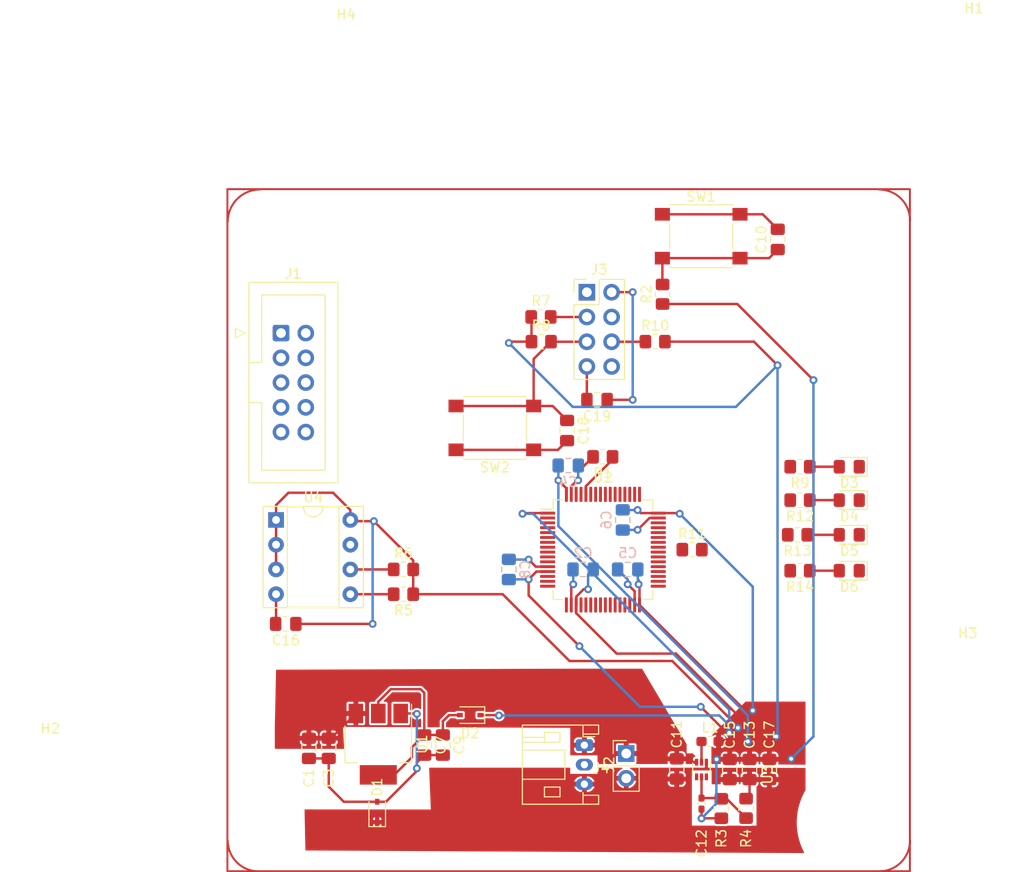
<source format=kicad_pcb>
(kicad_pcb (version 20211014) (generator pcbnew)
  (layers (0 "F.Cu" signal) (31 "B.Cu" signal) (34 "B.Paste" user) (35 "F.Paste" user) (36 "B.SilkS" user "B.Silkscreen") (37 "F.SilkS" user "F.Silkscreen") (38 "B.Mask" user) (39 "F.Mask" user) (44 "Edge.Cuts" user))
  (net 0 "")
  (net 1 "5V")
  (net 2 "Net-(C1-Pad2)")
  (net 3 "3.3V")
  (net 4 "GND")
  (net 5 "Net-(C7-Pad1)")
  (net 6 "/NRST")
  (net 7 "/PA13")
  (net 9 "/PA14")
  (net 10 "/V3.3_IN")
  (net 11 "/U5V")
  (net 12 "PA8")
  (net 13 "/BOOT0")
  (net 14 "/PC13")
  (net 15 "/PC14")
  (net 16 "/PC15")
  (net 17 "/PF0")
  (net 18 "/PF1")
  (net 19 "/PC0")
  (net 20 "/PC1")
  (net 21 "/PC2")
  (net 22 "/PC3")
  (net 23 "/PA0")
  (net 24 "/PA1")
  (net 25 "/PA2")
  (net 26 "/PA3")
  (net 27 "/PA4")
  (net 28 "/PA5")
  (net 29 "/PA6")
  (net 30 "/PA7")
  (net 31 "/PC4")
  (net 32 "/PC5")
  (net 33 "/PB0")
  (net 34 "/PB1")
  (net 35 "/PB2")
  (net 36 "/PB10")
  (net 37 "/PB11")
  (net 38 "/PB12")
  (net 39 "/PB13")
  (net 40 "/PB14")
  (net 41 "/PB15")
  (net 42 "/PC6")
  (net 43 "/PC7")
  (net 44 "/PC8")
  (net 45 "/PC9")
  (net 46 "/PA9")
  (net 47 "/PA10")
  (net 48 "/PA11")
  (net 49 "/PA12")
  (net 50 "/PA15")
  (net 51 "/PC10")
  (net 52 "/PC11")
  (net 53 "/PC12")
  (net 54 "/PD2")
  (net 55 "/PB3")
  (net 56 "/PB4")
  (net 57 "/PB5")
  (net 58 "Net-(C12-Pad2)")
  (net 59 "/PB8")
  (net 60 "/PB9")
  (net 61 "/CH_PD")
  (net 62 "/RST")
  (net 63 "/GPIO0")
  (net 64 "Net-(L1-Pad1)")
  (net 66 "/EEPROM_SDA")
  (net 67 "/EEPROM_SCL")
  (net 68 "BUCK_GND")
  (net 69 "Net-(J2-Pad2)")
  (net 71 "Net-(D3-Pad2)")
  (net 72 "Net-(D4-Pad2)")
  (net 73 "Net-(D5-Pad2)")
  (net 74 "Net-(D6-Pad2)")
  (footprint "Resistor_SMD:R_0805_2012Metric_Pad1.20x1.40mm_HandSolder" (layer "F.Cu") (at 108.728 89.154 180)
    (fp_text reference "R14")
    (fp_text value "3K")
  )
  (footprint "Package_TO_SOT_SMD:SOT-563" (layer "F.Cu") (at 98.6282 109.5589 -90)
    (fp_text reference "U3")
    (fp_text value "TPS62A02DRL")
  )
  (footprint "Resistor_SMD:R_0805_2012Metric_Pad1.20x1.40mm_HandSolder" (layer "F.Cu") (at 100.6602 113.5634 90)
    (fp_text reference "R3")
    (fp_text value "Rfbt")
  )
  (footprint "Connector_JST:JST_PH_S3B-PH-K_1x03_P2.00mm_Horizontal" (layer "F.Cu") (at 86.614 107.061 -90)
    (fp_text reference "J2")
    (fp_text value "Conn_01x03_Male")
  )
  (footprint "Resistor_SMD:R_0805_2012Metric_Pad1.20x1.40mm_HandSolder" (layer "F.Cu") (at 94.6365 60.782 90)
    (fp_text reference "R2")
    (fp_text value "100K")
  )
  (footprint "Capacitor_SMD:C_0805_2012Metric_Pad1.18x1.45mm_HandSolder" (layer "F.Cu") (at 101.5238 109.5541 -90)
    (fp_text reference "C15")
    (fp_text value "Cout")
  )
  (footprint "Package_DIP:DIP-8_W7.62mm_Socket" (layer "F.Cu") (at 54.991 83.947)
    (fp_text reference "U4")
    (fp_text value "24AA32AF EEPROM")
  )
  (footprint "Connector_PinHeader_2.54mm:PinHeader_1x02_P2.54mm_Vertical" (layer "F.Cu") (at 90.9066 107.9196)
    (fp_text reference "J4")
    (fp_text value "Barrel_Jack")
  )
  (footprint "LED_SMD:LED_0805_2012Metric_Pad1.15x1.40mm_HandSolder" (layer "F.Cu") (at 113.783 85.471 180)
    (fp_text reference "D5")
    (fp_text value "LED")
  )
  (footprint "LED_SMD:LED_0805_2012Metric_Pad1.15x1.40mm_HandSolder" (layer "F.Cu") (at 113.783 78.486 180)
    (fp_text reference "D3")
    (fp_text value "LED")
  )
  (footprint "MountingHole:MountingHole_3.2mm_M3" (layer "F.Cu") (at 31.825 109.549)
    (fp_text reference "H2")
    (fp_text value "MountingHole")
  )
  (footprint "Resistor_SMD:R_0805_2012Metric_Pad1.20x1.40mm_HandSolder" (layer "F.Cu") (at 108.474 85.471 180)
    (fp_text reference "R13")
    (fp_text value "3K")
  )
  (footprint "Resistor_SMD:R_0805_2012Metric_Pad1.20x1.40mm_HandSolder" (layer "F.Cu") (at 108.728 81.915 180)
    (fp_text reference "R12")
    (fp_text value "3K")
  )
  (footprint "MountingHole:MountingHole_3.2mm_M3" (layer "F.Cu") (at 126.567 35.635)
    (fp_text reference "H1")
    (fp_text value "MountingHole")
  )
  (footprint "Connector_IDC:IDC-Header_2x05_P2.54mm_Vertical" (layer "F.Cu") (at 55.499 64.77)
    (fp_text reference "J1")
    (fp_text value "Conn_02x05_Odd_Even")
  )
  (footprint "Capacitor_SMD:C_0805_2012Metric_Pad1.18x1.45mm_HandSolder" (layer "F.Cu") (at 96.0882 109.4994 -90)
    (fp_text reference "C11")
    (fp_text value "CIN")
  )
  (footprint "Capacitor_SMD:C_0805_2012Metric_Pad1.18x1.45mm_HandSolder" (layer "F.Cu") (at 105.5878 109.5541 -90)
    (fp_text reference "C17")
    (fp_text value "Cout")
  )
  (footprint "Button_Switch_SMD:SW_SPST_PTS645" (layer "F.Cu") (at 77.432 74.503 180)
    (fp_text reference "SW2")
    (fp_text value "SW_Push")
  )
  (footprint "Resistor_SMD:R_0805_2012Metric_Pad1.20x1.40mm_HandSolder" (layer "F.Cu") (at 93.874 65.649)
    (fp_text reference "R10")
    (fp_text value "R")
  )
  (footprint "Resistor_SMD:R_0805_2012Metric_Pad1.20x1.40mm_HandSolder" (layer "F.Cu") (at 103.2002 113.5474 90)
    (fp_text reference "R4")
    (fp_text value "rFBB")
  )
  (footprint "Package_QFP:LQFP-64_10x10mm_P0.5mm" (layer "F.Cu") (at 88.519 86.995)
    (fp_text reference "U2")
    (fp_text value "STM32F091RCTx")
  )
  (footprint "Capacitor_SMD:C_0805_2012Metric_Pad1.18x1.45mm_HandSolder" (layer "F.Cu") (at 87.9105 71.618 180)
    (fp_text reference "C19")
    (fp_text value "500 nF")
  )
  (footprint "Capacitor_SMD:C_0805_2012Metric_Pad1.18x1.45mm_HandSolder" (layer "F.Cu") (at 72.1 107.0475 -90)
    (fp_text reference "C9")
    (fp_text value "22uF")
  )
  (footprint "Capacitor_SMD:C_0805_2012Metric_Pad1.18x1.45mm_HandSolder" (layer "F.Cu") (at 60.3945 107.3855 -90)
    (fp_text reference "C3")
    (fp_text value ".1uF")
  )
  (footprint "LED_SMD:LED_0805_2012Metric_Pad1.15x1.40mm_HandSolder" (layer "F.Cu") (at 113.783 89.154 180)
    (fp_text reference "D6")
    (fp_text value "LED")
  )
  (footprint "Resistor_SMD:R_0805_2012Metric_Pad1.20x1.40mm_HandSolder" (layer "F.Cu") (at 82.158 63.109)
    (fp_text reference "R7")
    (fp_text value "R")
  )
  (footprint "Capacitor_SMD:C_0805_2012Metric_Pad1.18x1.45mm_HandSolder" (layer "F.Cu") (at 103.5558 109.5541 -90)
    (fp_text reference "C13")
    (fp_text value "Cout")
  )
  (footprint "Package_TO_SOT_SMD:SOT-223-3_TabPin2" (layer "F.Cu") (at 65.476 106.959 -90)
    (fp_text reference "U1")
    (fp_text value "LD1117S33TR_SOT223")
  )
  (footprint "Capacitor_SMD:C_0805_2012Metric_Pad1.18x1.45mm_HandSolder" (layer "F.Cu") (at 58.3625 107.3855 -90)
    (fp_text reference "C1")
    (fp_text value "22uF")
  )
  (footprint "Capacitor_SMD:C_0805_2012Metric_Pad1.18x1.45mm_HandSolder" (layer "F.Cu") (at 55.9855 94.615 180)
    (fp_text reference "C16")
    (fp_text value "0.1 uF")
  )
  (footprint "Button_Switch_SMD:SW_SPST_PTS645" (layer "F.Cu") (at 98.595 54.828)
    (fp_text reference "SW1")
    (fp_text value "SW_Push")
  )
  (footprint "Diode_SMD:D_SOD-323" (layer "F.Cu") (at 74.894 103.978 180)
    (fp_text reference "D2")
    (fp_text value "BAT60JFILM")
  )
  (footprint "Resistor_SMD:R_0805_2012Metric_Pad1.20x1.40mm_HandSolder" (layer "F.Cu") (at 108.728 78.486 180)
    (fp_text reference "R9")
    (fp_text value "3K")
  )
  (footprint "MountingHole:MountingHole_3.2mm_M3" (layer "F.Cu") (at 62.178 36.27)
    (fp_text reference "H4")
    (fp_text value "MountingHole")
  )
  (footprint "Resistor_SMD:R_0805_2012Metric_Pad1.20x1.40mm_HandSolder" (layer "F.Cu") (at 82.19 65.649)
    (fp_text reference "R8")
    (fp_text value "100K")
  )
  (footprint "Resistor_SMD:R_0805_2012Metric_Pad1.20x1.40mm_HandSolder" (layer "F.Cu") (at 68.056 91.567 180)
    (fp_text reference "R5")
    (fp_text value "2K")
  )
  (footprint "Capacitor_SMD:C_0805_2012Metric_Pad1.18x1.45mm_HandSolder" (layer "F.Cu") (at 84.841 74.7715 -90)
    (fp_text reference "C18")
    (fp_text value "0.1 uF")
  )
  (footprint "Capacitor_SMD:C_0402_1005Metric_Pad0.74x0.62mm_HandSolder" (layer "F.Cu") (at 98.6282 113.0554 90)
    (fp_text reference "C12")
    (fp_text value "Cff")
  )
  (footprint "Capacitor_SMD:C_0805_2012Metric_Pad1.18x1.45mm_HandSolder" (layer "F.Cu") (at 70.195 107.0475 -90)
    (fp_text reference "C7")
    (fp_text value ".1uF")
  )
  (footprint "Resistor_SMD:R_0805_2012Metric_Pad1.20x1.40mm_HandSolder" (layer "F.Cu") (at 97.663 86.995)
    (fp_text reference "R11")
    (fp_text value "R")
  )
  (footprint "Connector_PinHeader_2.54mm:PinHeader_2x04_P2.54mm_Vertical" (layer "F.Cu") (at 86.868 60.579)
    (fp_text reference "J3")
    (fp_text value "ESP8266 Header")
  )
  (footprint "Diode_SMD:D_SOD-323" (layer "F.Cu") (at 65.369 113.918 90)
    (fp_text reference "D1")
    (fp_text value "BAT60JFILM")
  )
  (footprint "Resistor_SMD:R_0805_2012Metric_Pad1.20x1.40mm_HandSolder" (layer "F.Cu") (at 88.503 77.47 180)
    (fp_text reference "R1")
    (fp_text value "100K")
  )
  (footprint "Capacitor_SMD:C_0805_2012Metric_Pad1.18x1.45mm_HandSolder" (layer "F.Cu") (at 106.4475 55.1565 90)
    (fp_text reference "C10")
    (fp_text value ".1uF")
  )
  (footprint "LED_SMD:LED_0805_2012Metric_Pad1.15x1.40mm_HandSolder" (layer "F.Cu") (at 113.783 81.915 180)
    (fp_text reference "D4")
    (fp_text value "LED")
  )
  (footprint "Inductor_SMD:L_0603_1608Metric_Pad1.05x0.95mm_HandSolder" (layer "F.Cu") (at 99.5032 106.68)
    (fp_text reference "L1")
    (fp_text value "L1")
  )
  (footprint "MountingHole:MountingHole_3.2mm_M3" (layer "F.Cu") (at 125.932 99.77)
    (fp_text reference "H3")
    (fp_text value "MountingHole")
  )
  (footprint "Resistor_SMD:R_0805_2012Metric_Pad1.20x1.40mm_HandSolder" (layer "F.Cu") (at 68.056 89.027)
    (fp_text reference "R6")
    (fp_text value "2K")
  )
  (footprint "Capacitor_SMD:C_0805_2012Metric_Pad1.18x1.45mm_HandSolder" (layer "B.Cu") (at 84.963 78.359)
    (fp_text reference "C4")
    (fp_text value ".1uF")
  )
  (footprint "Capacitor_SMD:C_0805_2012Metric_Pad1.18x1.45mm_HandSolder" (layer "B.Cu") (at 90.551 83.947 -90)
    (fp_text reference "C6")
    (fp_text value ".1uF")
  )
  (footprint "Capacitor_SMD:C_0805_2012Metric_Pad1.18x1.45mm_HandSolder" (layer "B.Cu") (at 86.487 89.027 180)
    (fp_text reference "C2")
    (fp_text value ".1uF")
  )
  (footprint "Capacitor_SMD:C_0805_2012Metric_Pad1.18x1.45mm_HandSolder" (layer "B.Cu") (at 78.867 89.027 90)
    (fp_text reference "C8")
    (fp_text value ".1uF")
  )
  (footprint "Capacitor_SMD:C_0805_2012Metric_Pad1.18x1.45mm_HandSolder" (layer "B.Cu") (at 91.059 89.027 180)
    (fp_text reference "C5")
    (fp_text value ".1uF")
  )
  (gr_arc (start 120.015 116.84) (mid 119.085064 119.085064) (end 116.84 120.015) (layer "F.Cu") (width 0.2))
  (gr_arc (start 50.038 53.34) (mid 51.005133 51.005133) (end 53.34 50.038) (layer "F.Cu") (width 0.2))
  (gr_arc (start 53.213 120.015) (mid 50.967936 119.085064) (end 50.038 116.84) (layer "F.Cu") (width 0.2))
  (gr_arc (start 116.84 50.038) (mid 119.085064 50.967936) (end 120.015 53.213) (layer "F.Cu") (width 0.2))
  (gr_rect (start 50 50) (end 120 120) (layer "F.Cu") (width 0.2) (fill none))
  (segment (start 96.0452 108.5049) (end 96.0882 108.4619) (width 0.25) (layer "F.Cu") (net 1))
  (segment (start 60.637 106.348) (end 63.176 103.809) (width 0.25) (layer "F.Cu") (net 1))
  (segment (start 60.3945 106.348) (end 58.3625 106.348) (width 0.25) (layer "F.Cu") (net 1))
  (segment (start 60.3945 106.348) (end 60.637 106.348) (width 0.25) (layer "F.Cu") (net 1))
  (segment (start 66.266022 112.868) (end 65.369 112.868) (width 0.25) (layer "F.Cu") (net 2))
  (segment (start 60.3945 108.423) (end 60.3945 111.3225) (width 0.25) (layer "F.Cu") (net 2))
  (segment (start 69.433 109.439) (end 69.433 109.701022) (width 0.25) (layer "F.Cu") (net 2))
  (segment (start 60.416 108.423) (end 60.3945 108.4445) (width 0.25) (layer "F.Cu") (net 2))
  (segment (start 69.433 109.701022) (end 66.266022 112.868) (width 0.25) (layer "F.Cu") (net 2))
  (segment (start 72.1 108.085) (end 70.195 108.085) (width 0.25) (layer "F.Cu") (net 2))
  (segment (start 61.94 112.868) (end 65.369 112.868) (width 0.25) (layer "F.Cu") (net 2))
  (segment (start 69.433 109.439) (end 69.433 108.847) (width 0.25) (layer "F.Cu") (net 2))
  (segment (start 69.433 108.847) (end 70.195 108.085) (width 0.25) (layer "F.Cu") (net 2))
  (segment (start 60.3945 111.3225) (end 61.94 112.868) (width 0.25) (layer "F.Cu") (net 2))
  (segment (start 67.776 103.809) (end 69.391 103.809) (width 0.25) (layer "F.Cu") (net 2))
  (segment (start 69.391 103.809) (end 69.433 103.851) (width 0.25) (layer "F.Cu") (net 2))
  (segment (start 58.3625 108.423) (end 60.3945 108.423) (width 0.25) (layer "F.Cu") (net 2))
  (via (at 69.433 103.851) (size 0.8) (drill 0.4) (layers "F.Cu" "B.Cu") (net 2))
  (via (at 69.433 109.439) (size 0.8) (drill 0.4) (layers "F.Cu" "B.Cu") (net 2))
  (segment (start 69.433 103.851) (end 69.433 109.439) (width 0.25) (layer "B.Cu") (net 2))
  (segment (start 85.09 98.425) (end 94.234 98.425) (width 0.25) (layer "F.Cu") (net 3))
  (segment (start 96.326 83.245) (end 96.393 83.312) (width 0.25) (layer "F.Cu") (net 3))
  (segment (start 85.769 93.510006) (end 89.921994 97.663) (width 0.25) (layer "F.Cu") (net 3))
  (segment (start 84.769 81.32) (end 84.769 80.705) (width 0.25) (layer "F.Cu") (net 3))
  (segment (start 100.6602 114.5634) (end 98.6442 114.5634) (width 0.25) (layer "F.Cu") (net 3))
  (segment (start 81.697 89.245) (end 80.899 90.043) (width 0.25) (layer "F.Cu") (net 3))
  (segment (start 65.024 84.074) (end 62.738 84.074) (width 0.25) (layer "F.Cu") (net 3))
  (segment (start 78.232 91.567) (end 85.09 98.425) (width 0.25) (layer "F.Cu") (net 3))
  (segment (start 62.611 82.931) (end 62.611 83.947) (width 0.25) (layer "F.Cu") (net 3))
  (segment (start 94.234 98.425) (end 95.631 98.425) (width 0.25) (layer "F.Cu") (net 3))
  (segment (start 80.899 91.694) (end 86.106 96.901) (width 0.25) (layer "F.Cu") (net 3))
  (segment (start 82.844 83.245) (end 80.331 83.245) (width 0.25) (layer "F.Cu") (net 3))
  (segment (start 54.991 86.487) (end 54.991 83.947) (width 0.25) (layer "F.Cu") (net 3))
  (segment (start 65.024 84.074) (end 69.056 88.106) (width 0.25) (layer "F.Cu") (net 3))
  (segment (start 85.79448 92.67) (end 85.79448 92.583) (width 0.25) (layer "F.Cu") (net 3))
  (segment (start 81.19 65.649) (end 81.19 63.141) (width 0.25) (layer "F.Cu") (net 3))
  (segment (start 94.194 83.245) (end 92.389 83.245) (width 0.25) (layer "F.Cu") (net 3))
  (segment (start 80.899 90.043) (end 80.899 91.694) (width 0.25) (layer "F.Cu") (net 3))
  (segment (start 92.179428 90.551) (end 92.269 90.640572) (width 0.25) (layer "F.Cu") (net 3))
  (segment (start 89.921994 97.663) (end 93.726 97.663) (width 0.25) (layer "F.Cu") (net 3))
  (segment (start 84.769 80.705) (end 83.947 79.883) (width 0.25) (layer "F.Cu") (net 3))
  (segment (start 69.056 91.567) (end 78.232 91.567) (width 0.25) (layer "F.Cu") (net 3))
  (segment (start 92.269005 92.669995) (end 103.10401 103.505) (width 0.25) (layer "F.Cu") (net 3))
  (segment (start 54.991 89.027) (end 54.991 86.487) (width 0.25) (layer "F.Cu") (net 3))
  (segment (start 86.868 71.613) (end 86.868 68.199) (width 0.25) (layer "F.Cu") (net 3))
  (segment (start 80.331 83.245) (end 80.264 83.312) (width 0.25) (layer "F.Cu") (net 3))
  (segment (start 94.874 65.649) (end 104.003 65.649) (width 0.25) (layer "F.Cu") (net 3))
  (segment (start 85.79448 92.583) (end 85.79448 91.804514) (width 0.25) (layer "F.Cu") (net 3))
  (segment (start 102.295 61.782) (end 110.109 69.596) (width 0.25) (layer "F.Cu") (net 3))
  (segment (start 85.769 92.67) (end 85.79448 92.67) (width 0.25) (layer "F.Cu") (net 3))
  (segment (start 69.056 88.106) (end 69.056 89.027) (width 0.25) (layer "F.Cu") (net 3))
  (segment (start 86.539994 91.059) (end 86.995 91.059) (width 0.25) (layer "F.Cu") (net 3))
  (segment (start 96.012 97.663) (end 102.489 104.14) (width 0.25) (layer "F.Cu") (net 3))
  (segment (start 93.726 97.663) (end 96.012 97.663) (width 0.25) (layer "F.Cu") (net 3))
  (segment (start 75.944 103.978) (end 77.816 103.978) (width 0.25) (layer "F.Cu") (net 3))
  (segment (start 79.004 65.649) (end 78.867 65.786) (width 0.25) (layer "F.Cu") (net 3))
  (segment (start 62.738 84.074) (end 62.611 83.947) (width 0.25) (layer "F.Cu") (net 3))
  (segment (start 104.003 65.649) (end 106.426 68.072) (width 0.25) (layer "F.Cu") (net 3))
  (segment (start 56.261 81.153) (end 60.833 81.153) (width 0.25) (layer "F.Cu") (net 3))
  (segment (start 94.194 83.245) (end 96.326 83.245) (width 0.25) (layer "F.Cu") (net 3))
  (segment (start 60.833 81.153) (end 62.611 82.931) (width 0.25) (layer "F.Cu") (net 3))
  (segment (start 54.991 83.947) (end 54.991 82.423) (width 0.25) (layer "F.Cu") (net 3))
  (segment (start 86.873 71.618) (end 86.868 71.613) (width 0.25) (layer "F.Cu") (net 3))
  (segment (start 98.6442 114.5634) (end 98.6282 114.5794) (width 0.25) (layer "F.Cu") (net 3))
  (segment (start 81.19 63.141) (end 81.158 63.109) (width 0.25) (layer "F.Cu") (net 3))
  (segment (start 85.79448 91.804514) (end 86.539994 91.059) (width 0.25) (layer "F.Cu") (net 3))
  (segment (start 54.991 82.423) (end 56.261 81.153) (width 0.25) (layer "F.Cu") (net 3))
  (segment (start 98.552 103.124) (end 100.965 105.537) (width 0.25) (layer "F.Cu") (net 3))
  (segment (start 95.631 98.425) (end 101.854 104.648) (width 0.25) (layer "F.Cu") (net 3))
  (segment (start 81.19 65.649) (end 79.004 65.649) (width 0.25) (layer "F.Cu") (net 3))
  (segment (start 82.844 89.245) (end 81.697 89.245) (width 0.25) (layer "F.Cu") (net 3))
  (segment (start 98.6282 113.6229) (end 98.6282 114.5794) (width 0.25) (layer "F.Cu") (net 3))
  (segment (start 94.6365 61.782) (end 102.295 61.782) (width 0.25) (layer "F.Cu") (net 3))
  (segment (start 69.056 89.027) (end 69.056 91.567) (width 0.25) (layer "F.Cu") (net 3))
  (segment (start 92.269 90.640572) (end 92.269 92.67) (width 0.25) (layer "F.Cu") (net 3))
  (segment (start 77.816 103.978) (end 77.851 104.013) (width 0.25) (layer "F.Cu") (net 3))
  (segment (start 92.389 83.245) (end 92.075 82.931) (width 0.25) (layer "F.Cu") (net 3))
  (segment (start 85.769 92.67) (end 85.769 93.510006) (width 0.25) (layer "F.Cu") (net 3))
  (segment (start 57.023 94.615) (end 64.897 94.615) (width 0.25) (layer "F.Cu") (net 3))
  (via (at 92.179428 90.551) (size 0.8) (drill 0.4) (layers "F.Cu" "B.Cu") (net 3))
  (via (at 78.867 65.786) (size 0.8) (drill 0.4) (layers "F.Cu" "B.Cu") (net 3))
  (via (at 77.851 104.013) (size 0.8) (drill 0.4) (layers "F.Cu" "B.Cu") (net 3))
  (via (at 64.897 94.615) (size 0.8) (drill 0.4) (layers "F.Cu" "B.Cu") (net 3))
  (via (at 92.075 82.931) (size 0.8) (drill 0.4) (layers "F.Cu" "B.Cu") (net 3))
  (via (at 110.109 69.596) (size 0.8) (drill 0.4) (layers "F.Cu" "B.Cu") (net 3))
  (via (at 65.024 84.074) (size 0.8) (drill 0.4) (layers "F.Cu" "B.Cu") (net 3))
  (via (at 101.473 105.791) (size 0.8) (drill 0.4) (layers "F.Cu" "B.Cu") (net 3))
  (via (at 100.1776 108.5088) (size 0.8) (drill 0.4) (layers "F.Cu" "B.Cu") (net 3))
  (via (at 83.947 79.883) (size 0.8) (drill 0.4) (layers "F.Cu" "B.Cu") (net 3))
  (via (at 86.995 91.059) (size 0.8) (drill 0.4) (layers "F.Cu" "B.Cu") (net 3))
  (via (at 86.106 96.901) (size 0.8) (drill 0.4) (layers "F.Cu" "B.Cu") (net 3))
  (via (at 103.886 103.505) (size 0.8) (drill 0.4) (layers "F.Cu" "B.Cu") (net 3))
  (via (at 98.552 103.124) (size 0.8) (drill 0.4) (layers "F.Cu" "B.Cu") (net 3))
  (via (at 107.823 108.458) (size 0.8) (drill 0.4) (layers "F.Cu" "B.Cu") (net 3))
  (via (at 80.899 90.043) (size 0.8) (drill 0.4) (layers "F.Cu" "B.Cu") (net 3))
  (via (at 103.378 106.68) (size 0.8) (drill 0.4) (layers "F.Cu" "B.Cu") (net 3))
  (via (at 98.6282 114.5794) (size 0.8) (drill 0.4) (layers "F.Cu" "B.Cu") (net 3))
  (via (at 96.393 83.312) (size 0.8) (drill 0.4) (layers "F.Cu" "B.Cu") (net 3))
  (via (at 102.362 105.283) (size 0.8) (drill 0.4) (layers "F.Cu" "B.Cu") (net 3))
  (via (at 106.426 68.072) (size 0.8) (drill 0.4) (layers "F.Cu" "B.Cu") (net 3))
  (via (at 106.299 106.172) (size 0.8) (drill 0.4) (layers "F.Cu" "B.Cu") (net 3))
  (via (at 80.264 83.312) (size 0.8) (drill 0.4) (layers "F.Cu" "B.Cu") (net 3))
  (segment (start 83.947 78.3805) (end 83.9255 78.359) (width 0.25) (layer "B.Cu") (net 3))
  (segment (start 86.995 89.5565) (end 87.5245 89.027) (width 0.25) (layer "B.Cu") (net 3))
  (segment (start 92.179428 90.551) (end 92.179428 90.125928) (width 0.25) (layer "B.Cu") (net 3))
  (segment (start 80.899 90.043) (end 78.8885 90.043) (width 0.25) (layer "B.Cu") (net 3))
  (segment (start 80.264 83.312) (end 81.359493 83.312) (width 0.25) (layer "B.Cu") (net 3))
  (segment (start 64.897 84.201) (end 65.024 84.074) (width 0.25) (layer "B.Cu") (net 3))
  (segment (start 64.897 94.615) (end 64.897 84.201) (width 0.25) (layer "B.Cu") (net 3))
  (segment (start 110.109 106.172) (end 107.823 108.458) (width 0.25) (layer "B.Cu") (net 3))
  (segment (start 106.426 68.072) (end 106.426 106.045) (width 0.25) (layer "B.Cu") (net 3))
  (segment (start 103.886 90.805) (end 103.886 103.505) (width 0.25) (layer "B.Cu") (net 3))
  (segment (start 100.1776 108.5088) (end 100.1522 108.5342) (width 0.25) (layer "B.Cu") (net 3))
  (segment (start 92.179428 90.125928) (end 92.0965 90.043) (width 0.25) (layer "B.Cu") (net 3))
  (segment (start 100.1522 108.5342) (end 100.1522 113.0554) (width 0.25) (layer "B.Cu") (net 3))
  (segment (start 83.947 79.883) (end 83.947 84.582) (width 0.25) (layer "B.Cu") (net 3))
  (segment (start 96.393 83.312) (end 103.886 90.805) (width 0.25) (layer "B.Cu") (net 3))
  (segment (start 92.0965 90.043) (end 92.0965 89.027) (width 0.25) (layer "B.Cu") (net 3))
  (segment (start 92.329 103.124) (end 98.552 103.124) (width 0.25) (layer "B.Cu") (net 3))
  (segment (start 90.5725 82.931) (end 90.551 82.9095) (width 0.25) (layer "B.Cu") (net 3))
  (segment (start 100.457 104.013) (end 101.473 105.029) (width 0.25) (layer "B.Cu") (net 3))
  (segment (start 92.075 82.931) (end 90.5725 82.931) (width 0.25) (layer "B.Cu") (net 3))
  (segment (start 110.109 69.596) (end 110.109 106.172) (width 0.25) (layer "B.Cu") (net 3))
  (segment (start 100.1522 113.0554) (end 98.6282 114.5794) (width 0.25) (layer "B.Cu") (net 3))
  (segment (start 78.8885 90.043) (end 78.867 90.0645) (width 0.25) (layer "B.Cu") (net 3))
  (segment (start 101.473 104.394) (end 102.362 105.283) (width 0.25) (layer "B.Cu") (net 3))
  (segment (start 106.426 106.045) (end 106.299 106.172) (width 0.25) (layer "B.Cu") (net 3))
  (segment (start 77.851 104.013) (end 100.457 104.013) (width 0.25) (layer "B.Cu") (net 3))
  (segment (start 81.359493 83.312) (end 101.473 103.425507) (width 0.25) (layer "B.Cu") (net 3))
  (segment (start 83.947 84.582) (end 103.378 104.013) (width 0.25) (layer "B.Cu") (net 3))
  (segment (start 101.473 103.425507) (end 101.473 104.394) (width 0.25) (layer "B.Cu") (net 3))
  (segment (start 83.947 79.883) (end 83.947 78.3805) (width 0.25) (layer "B.Cu") (net 3))
  (segment (start 102.155489 72.342511) (end 106.426 68.072) (width 0.25) (layer "B.Cu") (net 3))
  (segment (start 85.423511 72.342511) (end 102.155489 72.342511) (width 0.25) (layer "B.Cu") (net 3))
  (segment (start 86.995 91.059) (end 86.995 89.5565) (width 0.25) (layer "B.Cu") (net 3))
  (segment (start 103.378 104.013) (end 103.378 106.68) (width 0.25) (layer "B.Cu") (net 3))
  (segment (start 86.106 96.901) (end 92.329 103.124) (width 0.25) (layer "B.Cu") (net 3))
  (segment (start 78.867 65.786) (end 85.423511 72.342511) (width 0.25) (layer "B.Cu") (net 3))
  (segment (start 101.473 105.029) (end 101.473 105.791) (width 0.25) (layer "B.Cu") (net 3))
  (segment (start 106.4475 54.119) (end 104.9065 52.578) (width 0.25) (layer "F.Cu") (net 4))
  (segment (start 85.979 78.994) (end 85.979 79.883) (width 0.25) (layer "F.Cu") (net 4))
  (segment (start 87.503 77.47) (end 85.979 78.994) (width 0.25) (layer "F.Cu") (net 4))
  (segment (start 93.293 83.745) (end 92.075 84.963) (width 0.25) (layer "F.Cu") (net 4))
  (segment (start 81.633 88.745) (end 80.899 88.011) (width 0.25) (layer "F.Cu") (net 4))
  (segment (start 91.769 91.261) (end 91.059 90.551) (width 0.25) (layer "F.Cu") (net 4))
  (segment (start 85.865994 79.883) (end 85.979 79.883) (width 0.25) (layer "F.Cu") (net 4))
  (segment (start 85.269 81.32) (end 85.269 80.479994) (width 0.25) (layer "F.Cu") (net 4))
  (segment (start 81.412 76.753) (end 73.452 76.753) (width 0.25) (layer "F.Cu") (net 4))
  (segment (start 104.9065 52.578) (end 102.575 52.578) (width 0.25) (layer "F.Cu") (net 4))
  (segment (start 84.841 75.809) (end 83.897 76.753) (width 0.25) (layer "F.Cu") (net 4))
  (segment (start 85.471 90.551) (end 85.269 90.753) (width 0.25) (layer "F.Cu") (net 4))
  (segment (start 83.897 76.753) (end 81.412 76.753) (width 0.25) (layer "F.Cu") (net 4))
  (segment (start 89.418 60.569) (end 89.408 60.579) (width 0.25) (layer "F.Cu") (net 4))
  (segment (start 91.769 92.67) (end 91.769 91.261) (width 0.25) (layer "F.Cu") (net 4))
  (segment (start 94.194 83.745) (end 93.293 83.745) (width 0.25) (layer "F.Cu") (net 4))
  (segment (start 85.269 90.753) (end 85.269 92.67) (width 0.25) (layer "F.Cu") (net 4))
  (segment (start 85.269 80.479994) (end 85.865994 79.883) (width 0.25) (layer "F.Cu") (net 4))
  (segment (start 54.991 94.572) (end 54.948 94.615) (width 0.25) (layer "F.Cu") (net 4))
  (segment (start 82.844 88.745) (end 81.633 88.745) (width 0.25) (layer "F.Cu") (net 4))
  (segment (start 88.948 71.618) (end 91.572 71.618) (width 0.25) (layer "F.Cu") (net 4))
  (segment (start 91.572 60.569) (end 89.418 60.569) (width 0.25) (layer "F.Cu") (net 4))
  (segment (start 102.575 52.578) (end 94.615 52.578) (width 0.25) (layer "F.Cu") (net 4))
  (segment (start 54.991 91.567) (end 54.991 94.572) (width 0.25) (layer "F.Cu") (net 4))
  (via (at 91.572 71.618) (size 0.8) (drill 0.4) (layers "F.Cu" "B.Cu") (net 4))
  (via (at 91.059 90.551) (size 0.8) (drill 0.4) (layers "F.Cu" "B.Cu") (net 4))
  (via (at 85.979 79.883) (size 0.8) (drill 0.4) (layers "F.Cu" "B.Cu") (net 4))
  (via (at 92.075 84.963) (size 0.8) (drill 0.4) (layers "F.Cu" "B.Cu") (net 4))
  (via (at 91.572 60.569) (size 0.8) (drill 0.4) (layers "F.Cu" "B.Cu") (net 4))
  (via (at 85.471 90.551) (size 0.8) (drill 0.4) (layers "F.Cu" "B.Cu") (net 4))
  (via (at 80.899 88.011) (size 0.8) (drill 0.4) (layers "F.Cu" "B.Cu") (net 4))
  (segment (start 92.075 84.963) (end 90.5725 84.963) (width 0.25) (layer "B.Cu") (net 4))
  (segment (start 80.899 88.011) (end 78.8885 88.011) (width 0.25) (layer "B.Cu") (net 4))
  (segment (start 91.572 71.618) (end 91.572 60.569) (width 0.25) (layer "B.Cu") (net 4))
  (segment (start 85.979 78.3805) (end 86.0005 78.359) (width 0.25) (layer "B.Cu") (net 4))
  (segment (start 90.5725 84.963) (end 90.551 84.9845) (width 0.25) (layer "B.Cu") (net 4))
  (segment (start 91.059 90.551) (end 91.059 90.0645) (width 0.25) (layer "B.Cu") (net 4))
  (segment (start 85.471 89.0485) (end 85.4495 89.027) (width 0.25) (layer "B.Cu") (net 4))
  (segment (start 91.059 90.0645) (end 90.0215 89.027) (width 0.25) (layer "B.Cu") (net 4))
  (segment (start 85.979 79.883) (end 85.979 78.3805) (width 0.25) (layer "B.Cu") (net 4))
  (segment (start 78.8885 88.011) (end 78.867 87.9895) (width 0.25) (layer "B.Cu") (net 4))
  (segment (start 85.471 90.551) (end 85.471 89.0485) (width 0.25) (layer "B.Cu") (net 4))
  (segment (start 67.112 110.109) (end 68.925 108.296) (width 0.25) (layer "F.Cu") (net 5))
  (segment (start 65.476 102.601) (end 66.766 101.311) (width 0.25) (layer "F.Cu") (net 5))
  (segment (start 65.476 110.109) (end 67.112 110.109) (width 0.25) (layer "F.Cu") (net 5))
  (segment (start 72.1 106.01) (end 70.195 106.01) (width 0.25) (layer "F.Cu") (net 5))
  (segment (start 66.766 101.311) (end 69.814 101.311) (width 0.25) (layer "F.Cu") (net 5))
  (segment (start 68.925 107.28) (end 70.195 106.01) (width 0.25) (layer "F.Cu") (net 5))
  (segment (start 69.814 101.311) (end 70.195 101.692) (width 0.25) (layer "F.Cu") (net 5))
  (segment (start 72.735 103.978) (end 73.844 103.978) (width 0.25) (layer "F.Cu") (net 5))
  (segment (start 72.1 104.613) (end 72.735 103.978) (width 0.25) (layer "F.Cu") (net 5))
  (segment (start 72.1 106.01) (end 72.1 104.613) (width 0.25) (layer "F.Cu") (net 5))
  (segment (start 70.195 101.692) (end 70.195 106.01) (width 0.25) (layer "F.Cu") (net 5))
  (segment (start 68.925 108.296) (end 68.925 107.28) (width 0.25) (layer "F.Cu") (net 5))
  (segment (start 65.476 103.809) (end 65.476 102.601) (width 0.25) (layer "F.Cu") (net 5))
  (segment (start 102.575 57.078) (end 105.5635 57.078) (width 0.25) (layer "F.Cu") (net 6))
  (segment (start 102.575 57.078) (end 94.615 57.078) (width 0.25) (layer "F.Cu") (net 6))
  (segment (start 94.615 59.7605) (end 94.615 57.078) (width 0.25) (layer "F.Cu") (net 6))
  (segment (start 94.6365 59.782) (end 94.615 59.7605) (width 0.25) (layer "F.Cu") (net 6))
  (segment (start 105.5635 57.078) (end 106.4475 56.194) (width 0.25) (layer "F.Cu") (net 6))
  (segment (start 86.769 80.479994) (end 89.503 77.745994) (width 0.25) (layer "F.Cu") (net 13))
  (segment (start 86.769 81.32) (end 86.769 80.479994) (width 0.25) (layer "F.Cu") (net 13))
  (segment (start 89.503 77.745994) (end 89.503 77.47) (width 0.25) (layer "F.Cu") (net 13))
  (segment (start 98.6282 112.4879) (end 98.6282 110.3089) (width 0.25) (layer "F.Cu") (net 58))
  (segment (start 98.6282 112.4879) (end 100.5847 112.4879) (width 0.25) (layer "F.Cu") (net 58))
  (segment (start 100.5847 112.4879) (end 100.6602 112.5634) (width 0.25) (layer "F.Cu") (net 58))
  (segment (start 101.2162 112.5634) (end 103.2002 114.5474) (width 0.25) (layer "F.Cu") (net 58))
  (segment (start 100.6602 112.5634) (end 101.2162 112.5634) (width 0.25) (layer "F.Cu") (net 58))
  (segment (start 98.6282 112.4879) (end 98.6282 112.5474) (width 0.25) (layer "F.Cu") (net 58))
  (segment (start 83.168 63.119) (end 86.868 63.119) (width 0.25) (layer "F.Cu") (net 61))
  (segment (start 83.158 63.109) (end 83.168 63.119) (width 0.25) (layer "F.Cu") (net 61))
  (segment (start 83.2 65.659) (end 86.868 65.659) (width 0.25) (layer "F.Cu") (net 62))
  (segment (start 83.19 65.649) (end 81.412 67.427) (width 0.25) (layer "F.Cu") (net 62))
  (segment (start 81.412 72.253) (end 83.36 72.253) (width 0.25) (layer "F.Cu") (net 62))
  (segment (start 83.36 72.253) (end 84.841 73.734) (width 0.25) (layer "F.Cu") (net 62))
  (segment (start 83.19 65.649) (end 83.2 65.659) (width 0.25) (layer "F.Cu") (net 62))
  (segment (start 81.412 72.253) (end 73.452 72.253) (width 0.25) (layer "F.Cu") (net 62))
  (segment (start 81.412 67.427) (end 81.412 72.253) (width 0.25) (layer "F.Cu") (net 62))
  (segment (start 92.864 65.659) (end 92.874 65.649) (width 0.25) (layer "F.Cu") (net 63))
  (segment (start 89.408 65.659) (end 92.864 65.659) (width 0.25) (layer "F.Cu") (net 63))
  (segment (start 98.6282 106.7969) (end 98.6282 108.7279) (width 0.25) (layer "F.Cu") (net 64))
  (segment (start 67.056 91.567) (end 62.611 91.567) (width 0.25) (layer "F.Cu") (net 66))
  (segment (start 67.056 89.027) (end 62.611 89.027) (width 0.25) (layer "F.Cu") (net 67))
  (segment (start 103.5558 110.5916) (end 103.5558 112.1918) (width 0.25) (layer "F.Cu") (net 68))
  (segment (start 103.5558 112.1918) (end 103.2002 112.5474) (width 0.25) (layer "F.Cu") (net 68))
  (segment (start 109.728 78.486) (end 112.758 78.486) (width 0.25) (layer "F.Cu") (net 71))
  (segment (start 109.728 81.915) (end 112.758 81.915) (width 0.25) (layer "F.Cu") (net 72))
  (segment (start 109.474 85.471) (end 112.758 85.471) (width 0.25) (layer "F.Cu") (net 73))
  (segment (start 109.728 89.154) (end 112.758 89.154) (width 0.25) (layer "F.Cu") (net 74))
  (zone (net 3) (net_name "3.3V") (layer "F.Cu") (name "5V") (connect_pads (clearance 0)) (min_thickness 0.127) (fill yes (thermal_gap 0.2032) (thermal_bridge_width 0.508))
    (polygon (pts (xy 109.2962 109.0676) (xy 99.6442 108.9914) (xy 99.6442 106.0958) (xy 103.1494 102.5906) (xy 109.2962 102.5906)))
  )
  (zone (net 68) (net_name "BUCK_GND") (layer "F.Cu") (name "BUCK_GND") (connect_pads (clearance 0.127)) (min_thickness 0.127) (fill yes (thermal_gap 0.2032) (thermal_bridge_width 0.508))
    (polygon (pts (xy 98.9584 109.3724) (xy 98.9584 108.4834) (xy 99.2886 108.4834) (xy 99.2886 108.9152) (xy 99.2886 109.1438) (xy 99.2886 109.3724) (xy 99.390171 109.374305) (xy 100.025877 109.38384) (xy 109.296339 109.3939) (xy 109.2962 118.1354) (xy 58.00116 117.869509) (xy 57.912 113.653511) (xy 70.866 113.665) (xy 70.688683 109.372103)))
  )
  (zone (net 0) (net_name "") (layer "F.Cu") (name "PA8") (connect_pads (clearance 0)) (min_thickness 0.127)
    (keepout (tracks allowed) (vias allowed) (pads allowed) (copperpour not_allowed) (footprints allowed))
    (fill (thermal_gap 0.2032) (thermal_bridge_width 0.508))
    (polygon (pts (xy 87.9602 110.0074) (xy 85.1662 110.0074) (xy 85.1662 108.1024) (xy 87.9602 108.1024)))
  )
  (zone (net 1) (net_name "5V") (layer "F.Cu") (name "5V") (connect_pads (clearance 0)) (min_thickness 0.127) (fill yes (thermal_gap 0.2032) (thermal_bridge_width 0.508))
    (polygon (pts (xy 97.1042 106.9594) (xy 97.1042 107.8992) (xy 97.7138 107.8992) (xy 98.298 108.458) (xy 98.298 108.9914) (xy 85.1662 108.9914) (xy 85.1662 105.283) (xy 61.848877 105.185275) (xy 61.976 107.442) (xy 54.864 107.442) (xy 54.864 105.156) (xy 54.991 99.314) (xy 85.1662 99.2124) (xy 92.5322 99.2124)))
  )
  (zone (net 0) (net_name "") (layer "F.Cu") (name "BUCK_GND_EXC") (connect_pads (clearance 0)) (min_thickness 0.127)
    (keepout (tracks allowed) (vias allowed) (pads allowed) (copperpour not_allowed) (footprints allowed))
    (fill (thermal_gap 0.2032) (thermal_bridge_width 0.508))
    (polygon (pts (xy 99.6696 111.0742) (xy 102.4382 111.0742) (xy 104.267 111.0742) (xy 104.267 115.316) (xy 97.6376 115.316) (xy 97.6376 109.6518) (xy 99.6696 109.6518)))
  )
)
</source>
